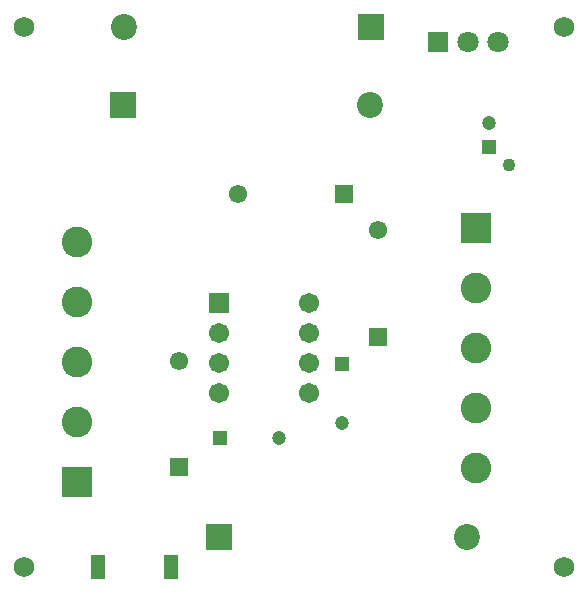
<source format=gts>
G04*
G04 #@! TF.GenerationSoftware,Altium Limited,Altium Designer,21.3.1 (25)*
G04*
G04 Layer_Color=8388736*
%FSLAX25Y25*%
%MOIN*%
G70*
G04*
G04 #@! TF.SameCoordinates,4C1A46CD-458D-4170-9141-97B0DDD3FF2F*
G04*
G04*
G04 #@! TF.FilePolarity,Negative*
G04*
G01*
G75*
%ADD15R,0.05131X0.08477*%
%ADD16C,0.10249*%
%ADD17R,0.10249X0.10249*%
%ADD18R,0.06115X0.06115*%
%ADD19C,0.06115*%
%ADD20C,0.06800*%
%ADD21C,0.04724*%
%ADD22R,0.04724X0.04724*%
%ADD23C,0.04331*%
%ADD24C,0.06706*%
%ADD25R,0.06706X0.06706*%
%ADD26R,0.06115X0.06115*%
%ADD27R,0.08661X0.08661*%
%ADD28C,0.08661*%
%ADD29R,0.04724X0.04724*%
%ADD30C,0.07099*%
%ADD31R,0.07099X0.07099*%
D15*
X59000Y10000D02*
D03*
X34500D02*
D03*
D16*
X160500Y43000D02*
D03*
Y63000D02*
D03*
Y83000D02*
D03*
Y103000D02*
D03*
X27500Y58500D02*
D03*
Y78500D02*
D03*
Y98500D02*
D03*
Y118500D02*
D03*
D17*
X160500Y123000D02*
D03*
X27500Y38500D02*
D03*
D18*
X116717Y134500D02*
D03*
D19*
X81283D02*
D03*
X128000Y122216D02*
D03*
X61500Y78716D02*
D03*
D20*
X10000Y190000D02*
D03*
X190000Y10000D02*
D03*
X10000D02*
D03*
X190000Y190000D02*
D03*
D21*
X164772Y157937D02*
D03*
X116000Y58157D02*
D03*
X94842Y53000D02*
D03*
D22*
X164772Y150063D02*
D03*
X116000Y77842D02*
D03*
D23*
X171465Y144158D02*
D03*
D24*
X105000Y68000D02*
D03*
Y78000D02*
D03*
Y88000D02*
D03*
Y98000D02*
D03*
X75000Y68000D02*
D03*
Y78000D02*
D03*
Y88000D02*
D03*
D25*
Y98000D02*
D03*
D26*
X128000Y86783D02*
D03*
X61500Y43284D02*
D03*
D27*
X75000Y20000D02*
D03*
X125721Y190000D02*
D03*
X42779Y164000D02*
D03*
D28*
X157441Y20000D02*
D03*
X43279Y190000D02*
D03*
X125221Y164000D02*
D03*
D29*
X75157Y53000D02*
D03*
D30*
X168000Y185000D02*
D03*
X158000D02*
D03*
D31*
X148000D02*
D03*
M02*

</source>
